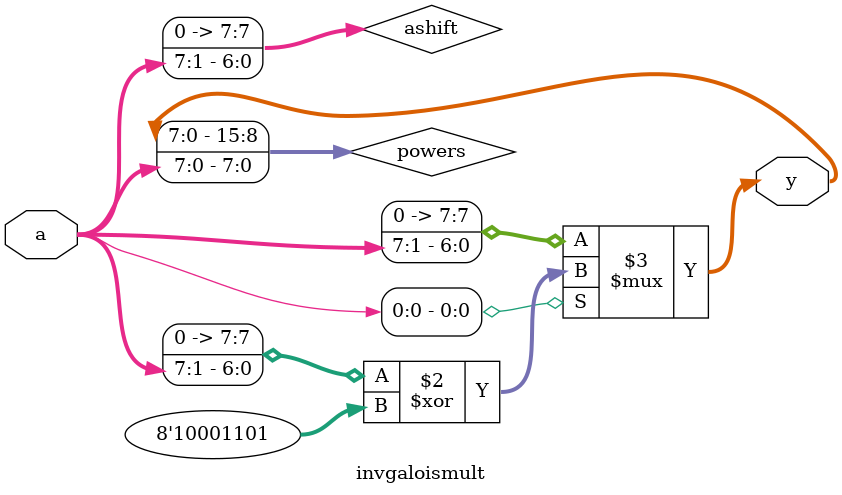
<source format=sv>
/*
  Robert "Skipper" Gonzalez
  sgonzalez@g.hmc.edu
  12/10/2019
  galois mult module

  Below is a module for performing multiplication by x^-N in
  GF(2^8). This is achieved by a right shift followed by an XOR
  if the result overflows. Uses multiplicative inverse of x = {02}
  in GF(2^8), x^7+x^3+x^2+1 = {8d} = 10001101.

  Parameters:
    N: negative power of x to multiply a by in GF(2^8)

  Inputs:
    a[31:0]:  original byte

  Outputs:
    y[127:0]: byte multiplied by x^-N in GF(2^8)

  Internal Variables:
    powers[8*(N+1)-1:0]: 8N-bit object that holds input multiplied by negative powers of x
    ashift[8*(N+1)-1:0]: temporary placeholder for last power shifted left
*/

module invgaloismult #(parameter N = 1)
                      (input  logic [7:0] a,
                       output logic [7:0] y);

  genvar i;
  logic [8*(N+1)-1:0] powers;
  logic [8*N-1:0]     ashift;

  generate
    assign powers[0 +: 8] = a;
    for (i = 1; i < N+1; i++) begin : galois
      assign ashift[(i-1)*8 +: 8] = (powers[(i-1)*8 +: 8] >> 1);
      assign powers[i*8 +: 8] = (powers[(i-1)*8])? 
		(ashift[(i-1)*8 +: 8] ^ 8'b10001101) : ashift[(i-1)*8 +: 8];
    end

  endgenerate

  assign y = powers[N*8 +: 8];
endmodule

</source>
